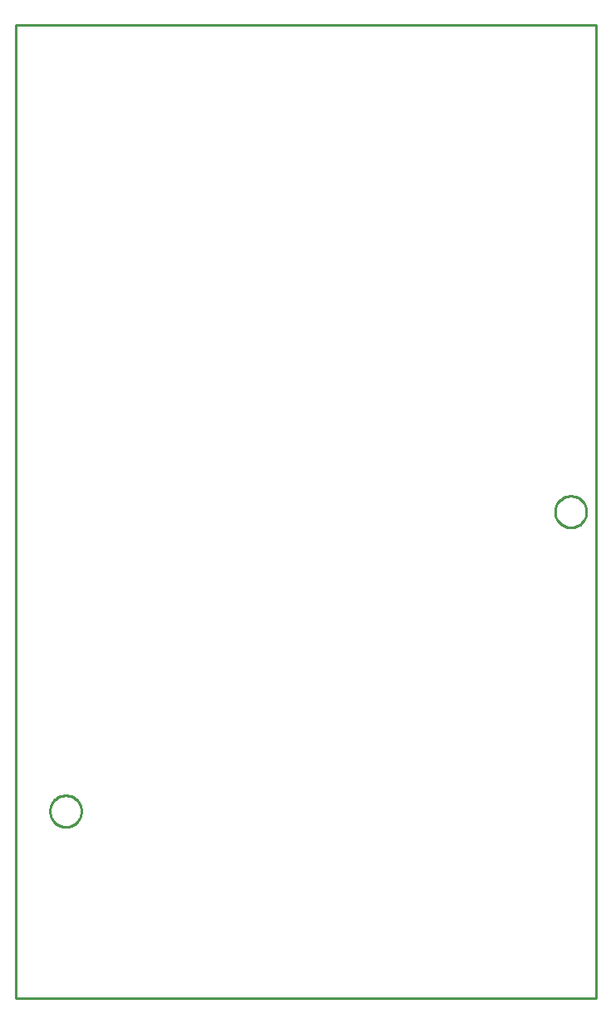
<source format=gbr>
G04 EAGLE Gerber RS-274X export*
G75*
%MOMM*%
%FSLAX34Y34*%
%LPD*%
%IN*%
%IPPOS*%
%AMOC8*
5,1,8,0,0,1.08239X$1,22.5*%
G01*
%ADD10C,0.254000*%


D10*
X0Y0D02*
X590550Y0D01*
X590550Y990600D01*
X0Y990500D01*
X0Y0D01*
X66802Y189976D02*
X66733Y188931D01*
X66597Y187892D01*
X66392Y186864D01*
X66121Y185852D01*
X65784Y184860D01*
X65383Y183892D01*
X64920Y182953D01*
X64396Y182045D01*
X63814Y181174D01*
X63176Y180343D01*
X62486Y179555D01*
X61745Y178814D01*
X60957Y178124D01*
X60126Y177486D01*
X59255Y176904D01*
X58347Y176380D01*
X57408Y175917D01*
X56440Y175516D01*
X55448Y175179D01*
X54436Y174908D01*
X53408Y174703D01*
X52369Y174567D01*
X51324Y174498D01*
X50276Y174498D01*
X49231Y174567D01*
X48192Y174703D01*
X47164Y174908D01*
X46152Y175179D01*
X45160Y175516D01*
X44192Y175917D01*
X43253Y176380D01*
X42345Y176904D01*
X41474Y177486D01*
X40643Y178124D01*
X39855Y178814D01*
X39114Y179555D01*
X38424Y180343D01*
X37786Y181174D01*
X37204Y182045D01*
X36680Y182953D01*
X36217Y183892D01*
X35816Y184860D01*
X35479Y185852D01*
X35208Y186864D01*
X35003Y187892D01*
X34867Y188931D01*
X34798Y189976D01*
X34798Y191024D01*
X34867Y192069D01*
X35003Y193108D01*
X35208Y194136D01*
X35479Y195148D01*
X35816Y196140D01*
X36217Y197108D01*
X36680Y198047D01*
X37204Y198955D01*
X37786Y199826D01*
X38424Y200657D01*
X39114Y201445D01*
X39855Y202186D01*
X40643Y202876D01*
X41474Y203514D01*
X42345Y204096D01*
X43253Y204620D01*
X44192Y205083D01*
X45160Y205484D01*
X46152Y205821D01*
X47164Y206092D01*
X48192Y206297D01*
X49231Y206433D01*
X50276Y206502D01*
X51324Y206502D01*
X52369Y206433D01*
X53408Y206297D01*
X54436Y206092D01*
X55448Y205821D01*
X56440Y205484D01*
X57408Y205083D01*
X58347Y204620D01*
X59255Y204096D01*
X60126Y203514D01*
X60957Y202876D01*
X61745Y202186D01*
X62486Y201445D01*
X63176Y200657D01*
X63814Y199826D01*
X64396Y198955D01*
X64920Y198047D01*
X65383Y197108D01*
X65784Y196140D01*
X66121Y195148D01*
X66392Y194136D01*
X66597Y193108D01*
X66733Y192069D01*
X66802Y191024D01*
X66802Y189976D01*
X581152Y494776D02*
X581083Y493731D01*
X580947Y492692D01*
X580742Y491664D01*
X580471Y490652D01*
X580134Y489660D01*
X579733Y488692D01*
X579270Y487753D01*
X578746Y486845D01*
X578164Y485974D01*
X577526Y485143D01*
X576836Y484355D01*
X576095Y483614D01*
X575307Y482924D01*
X574476Y482286D01*
X573605Y481704D01*
X572697Y481180D01*
X571758Y480717D01*
X570790Y480316D01*
X569798Y479979D01*
X568786Y479708D01*
X567758Y479503D01*
X566719Y479367D01*
X565674Y479298D01*
X564626Y479298D01*
X563581Y479367D01*
X562542Y479503D01*
X561514Y479708D01*
X560502Y479979D01*
X559510Y480316D01*
X558542Y480717D01*
X557603Y481180D01*
X556695Y481704D01*
X555824Y482286D01*
X554993Y482924D01*
X554205Y483614D01*
X553464Y484355D01*
X552774Y485143D01*
X552136Y485974D01*
X551554Y486845D01*
X551030Y487753D01*
X550567Y488692D01*
X550166Y489660D01*
X549829Y490652D01*
X549558Y491664D01*
X549353Y492692D01*
X549217Y493731D01*
X549148Y494776D01*
X549148Y495824D01*
X549217Y496869D01*
X549353Y497908D01*
X549558Y498936D01*
X549829Y499948D01*
X550166Y500940D01*
X550567Y501908D01*
X551030Y502847D01*
X551554Y503755D01*
X552136Y504626D01*
X552774Y505457D01*
X553464Y506245D01*
X554205Y506986D01*
X554993Y507676D01*
X555824Y508314D01*
X556695Y508896D01*
X557603Y509420D01*
X558542Y509883D01*
X559510Y510284D01*
X560502Y510621D01*
X561514Y510892D01*
X562542Y511097D01*
X563581Y511233D01*
X564626Y511302D01*
X565674Y511302D01*
X566719Y511233D01*
X567758Y511097D01*
X568786Y510892D01*
X569798Y510621D01*
X570790Y510284D01*
X571758Y509883D01*
X572697Y509420D01*
X573605Y508896D01*
X574476Y508314D01*
X575307Y507676D01*
X576095Y506986D01*
X576836Y506245D01*
X577526Y505457D01*
X578164Y504626D01*
X578746Y503755D01*
X579270Y502847D01*
X579733Y501908D01*
X580134Y500940D01*
X580471Y499948D01*
X580742Y498936D01*
X580947Y497908D01*
X581083Y496869D01*
X581152Y495824D01*
X581152Y494776D01*
M02*

</source>
